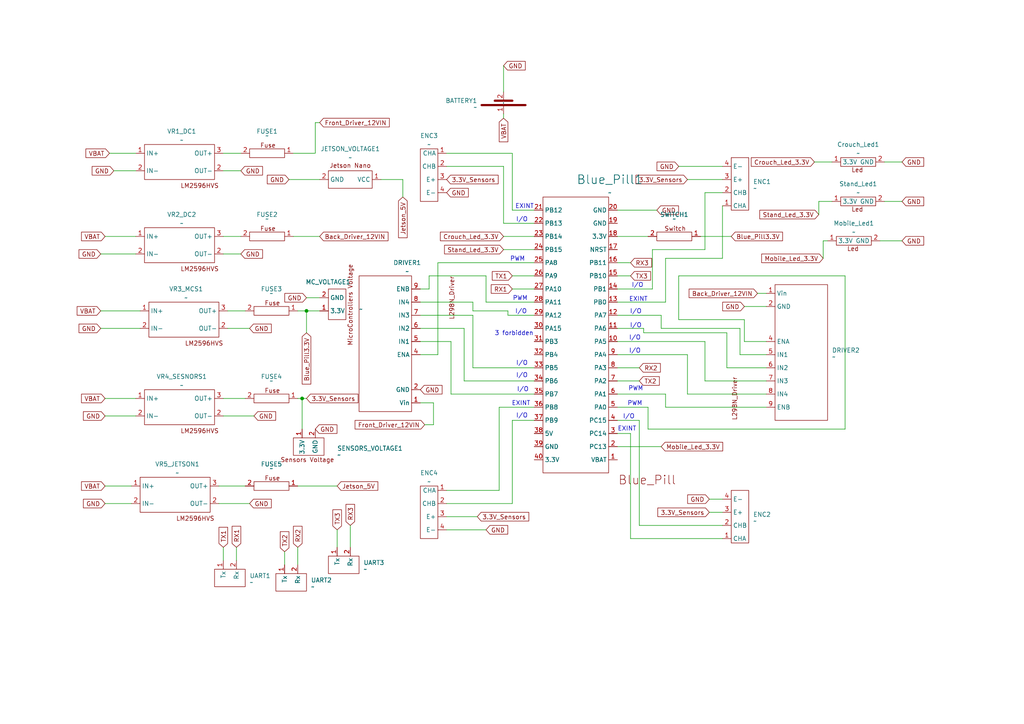
<source format=kicad_sch>
(kicad_sch (version 20231120) (generator "eeschema") (generator_version "8.0")
  (paper "A4")
  (lib_symbols
    (symbol "M4_library:Battery"
      (property "Reference" "U" (at -2.286 3.556 0))
      (symbol "Battery_1_1"
        (polyline (pts (xy -6.35 1.27) (xy 6.35 1.27)) (stroke (width 0.635)))
        (polyline (pts (xy 2.54 0) (xy -2.54 0)) (stroke (width 0.635)))
        (pin output line (at 0 3.81 270) (length 2.54) (name "VDD") (number "1"))
        (pin output line (at 0 -2.54 90) (length 2.54) (name "GND") (number "2"))
      )
    )
    (symbol "M4_library:Blue_Pill"
      (property "Reference" "IC" (at -32.258 61.976 0))
      (symbol "Blue_Pill_0_1"
        (rectangle (start -6.35 53.34) (end 12.7 -26.67))
      )
      (symbol "Blue_Pill_1_1"
        (text "Blue_Pill\n" (at 23.876 -28.702 0) (effects (font (size 2.54 2.54))))
        (pin output line (at 15.24 -22.86 180) (length 2.54) (name "VBAT") (number "1"))
        (pin output line (at 15.24 11.43 180) (length 2.54) (name "PA5") (number "10"))
        (pin output line (at 15.24 15.24 180) (length 2.54) (name "PA6") (number "11"))
        (pin output line (at 15.24 19.05 180) (length 2.54) (name "PA7") (number "12"))
        (pin output line (at 15.24 22.86 180) (length 2.54) (name "PB0") (number "13"))
        (pin output line (at 15.24 26.67 180) (length 2.54) (name "PB1") (number "14"))
        (pin output line (at 15.24 30.48 180) (length 2.54) (name "PB10") (number "15"))
        (pin output line (at 15.24 34.29 180) (length 2.54) (name "PB11") (number "16"))
        (pin output line (at 15.24 38.1 180) (length 2.54) (name "NRST") (number "17"))
        (pin input line (at 15.24 41.91 180) (length 2.54) (name "3.3V") (number "18"))
        (pin input line (at 15.24 45.72 180) (length 2.54) (name "GND") (number "19"))
        (pin output line (at 15.24 -19.05 180) (length 2.54) (name "PC13") (number "2"))
        (pin input line (at 15.24 49.53 180) (length 2.54) (name "GND") (number "20"))
        (pin output line (at -8.89 49.53 0) (length 2.54) (name "PB12") (number "21"))
        (pin output line (at -8.89 45.72 0) (length 2.54) (name "PB13") (number "22"))
        (pin output line (at -8.89 41.91 0) (length 2.54) (name "PB14") (number "23"))
        (pin output line (at -8.89 38.1 0) (length 2.54) (name "PB15") (number "24"))
        (pin output line (at -8.89 34.29 0) (length 2.54) (name "PA8") (number "25"))
        (pin output line (at -8.89 30.48 0) (length 2.54) (name "PA9") (number "26"))
        (pin output line (at -8.89 26.67 0) (length 2.54) (name "PA10") (number "27"))
        (pin output line (at -8.89 22.86 0) (length 2.54) (name "PA11") (number "28"))
        (pin output line (at -8.89 19.05 0) (length 2.54) (name "PA12") (number "29"))
        (pin output line (at 15.24 -15.24 180) (length 2.54) (name "PC14") (number "3"))
        (pin output line (at -8.89 15.24 0) (length 2.54) (name "PA15") (number "30"))
        (pin output line (at -8.89 11.43 0) (length 2.54) (name "PB3") (number "31"))
        (pin output line (at -8.89 7.62 0) (length 2.54) (name "PB4") (number "32"))
        (pin output line (at -8.89 3.81 0) (length 2.54) (name "PB5") (number "33"))
        (pin output line (at -8.89 0 0) (length 2.54) (name "PB6") (number "34"))
        (pin output line (at -8.89 -3.81 0) (length 2.54) (name "PB7") (number "35"))
        (pin output line (at -8.89 -7.62 0) (length 2.54) (name "PB8") (number "36"))
        (pin output line (at -8.89 -11.43 0) (length 2.54) (name "PB9") (number "37"))
        (pin input line (at -8.89 -15.24 0) (length 2.54) (name "5V") (number "38"))
        (pin input line (at -8.89 -19.05 0) (length 2.54) (name "GND") (number "39"))
        (pin output line (at 15.24 -11.43 180) (length 2.54) (name "PC15") (number "4"))
        (pin input line (at -8.89 -22.86 0) (length 2.54) (name "3.3V") (number "40"))
        (pin output line (at 15.24 -7.62 180) (length 2.54) (name "PA0") (number "5"))
        (pin output line (at 15.24 -3.81 180) (length 2.54) (name "PA1") (number "6"))
        (pin output line (at 15.24 0 180) (length 2.54) (name "PA2") (number "7"))
        (pin output line (at 15.24 3.81 180) (length 2.54) (name "PA3") (number "8"))
        (pin output line (at 15.24 7.62 180) (length 2.54) (name "PA4") (number "9"))
      )
    )
    (symbol "M4_library:Encoder"
      (property "Reference" "M" (at -20.066 5.842 0))
      (symbol "Encoder_0_1"
        (rectangle (start -3.81 -1.27) (end 1.27 -16.51))
      )
      (symbol "Encoder_1_1"
        (pin input line (at 3.81 -2.54 180) (length 2.54) (name "CHA") (number "1"))
        (pin input line (at 3.81 -6.35 180) (length 2.54) (name "CHB") (number "2"))
        (pin input line (at 3.81 -10.16 180) (length 2.54) (name "E+") (number "3"))
        (pin input line (at 3.81 -13.97 180) (length 2.54) (name "E-") (number "4"))
      )
    )
    (symbol "M4_library:Jetson_nano"
      (property "Reference" "U" (at -1.016 0.762 0))
      (symbol "Jetson_nano_0_1"
        (rectangle (start -7.62 2.54) (end 5.08 -2.54))
      )
      (symbol "Jetson_nano_1_1"
        (text "Jetson Nano\n" (at -1.27 4.064 0) (effects (font (size 1.27 1.27))))
        (pin output line (at 7.62 0 180) (length 2.54) (name "VCC") (number "1"))
        (pin output line (at -10.16 0 0) (length 2.54) (name "GND") (number "2"))
      )
    )
    (symbol "M4_library:L298N_DRIVER"
      (property "Reference" "IC" (at -19.304 11.43 0))
      (symbol "L298N_DRIVER_0_1"
        (rectangle (start -20.32 10.16) (end 19.05 -5.08))
      )
      (symbol "L298N_DRIVER_1_1"
        (text "L298N_Driver\n" (at 12.7 -16.764 0) (effects (font (size 1.27 1.27))))
        (pin input line (at -17.78 -7.62 90) (length 2.54) (name "Vin") (number "1"))
        (pin input line (at -13.97 -7.62 90) (length 2.54) (name "GND") (number "2"))
        (pin output line (at -3.81 -7.62 90) (length 2.54) (name "ENA") (number "4"))
        (pin output line (at 0 -7.62 90) (length 2.54) (name "IN1") (number "5"))
        (pin output line (at 3.81 -7.62 90) (length 2.54) (name "IN2") (number "6"))
        (pin output line (at 7.62 -7.62 90) (length 2.54) (name "IN3") (number "7"))
        (pin output line (at 11.43 -7.62 90) (length 2.54) (name "IN4") (number "8"))
        (pin output line (at 15.24 -7.62 90) (length 2.54) (name "ENB") (number "9"))
      )
    )
    (symbol "M4_library:LM2596HVS"
      (property "Reference" "VR" (at -9.652 7.366 0))
      (symbol "LM2596HVS_0_1"
        (rectangle (start -10.16 5.08) (end 10.16 -5.08))
      )
      (symbol "LM2596HVS_1_1"
        (text "LM2596HVS\n" (at 5.842 -6.858 0) (effects (font (size 1.27 1.27))))
        (pin input line (at -12.7 2.54 0) (length 2.54) (name "IN+") (number "1"))
        (pin input line (at -12.7 -2.54 0) (length 2.54) (name "IN-") (number "2"))
        (pin output line (at 12.7 -2.54 180) (length 2.54) (name "OUT-") (number "2"))
        (pin output line (at 12.7 2.54 180) (length 2.54) (name "OUT+") (number "3"))
      )
    )
    (symbol "M4_library:Led"
      (property "Reference" "U" (at -4.572 -2.794 0))
      (symbol "Led_0_1"
        (rectangle (start -5.08 1.27) (end 5.08 -1.27))
      )
      (symbol "Led_1_1"
        (text "Led\n" (at 0.254 2.286 0) (effects (font (size 1.27 1.27))))
        (pin input line (at 7.62 0 180) (length 2.54) (name "3.3V") (number "1"))
        (pin output line (at -7.62 0 0) (length 2.54) (name "GND") (number "2"))
      )
    )
    (symbol "M4_library:Micro_controllers_voltage"
      (property "Reference" "U" (at -3.81 3.556 0))
      (symbol "Micro_controllers_voltage_0_1"
        (rectangle (start 5.08 2.54) (end -3.81 -2.54))
      )
      (symbol "Micro_controllers_voltage_1_1"
        (text "MicroControllers Voltage\n" (at 0.508 -3.81 0) (effects (font (size 1.27 1.27))))
        (pin input line (at -1.27 5.08 270) (length 2.54) (name "3.3V") (number "1"))
        (pin input line (at 2.54 5.08 270) (length 2.54) (name "GND") (number "2"))
      )
    )
    (symbol "M4_library:Rx_Tx_connector"
      (property "Reference" "U" (at -4.318 6.858 0))
      (symbol "Rx_Tx_connector_0_1"
        (rectangle (start 5.08 0) (end -3.81 -5.08))
      )
      (symbol "Rx_Tx_connector_1_1"
        (pin input line (at -1.27 2.54 270) (length 2.54) (name "Tx") (number "1"))
        (pin input line (at 2.54 2.54 270) (length 2.54) (name "Rx") (number "2"))
      )
    )
    (symbol "M4_library:Sensors_voltage"
      (property "Reference" "U" (at 0 0 0))
      (symbol "Sensors_voltage_0_1"
        (rectangle (start 5.08 -2.54) (end -3.81 -7.62))
      )
      (symbol "Sensors_voltage_1_1"
        (text "Sensors Voltage\n" (at 0.254 -8.89 0) (effects (font (size 1.27 1.27))))
        (pin input line (at -1.27 0 270) (length 2.54) (name "3.3V") (number "1"))
        (pin input line (at 2.54 0 270) (length 2.54) (name "GND") (number "2"))
      )
    )
    (symbol "M4_library:fuse_holder"
      (property "Reference" "U" (at -4.572 2.032 0))
      (symbol "fuse_holder_0_1"
        (rectangle (start -5.08 1.27) (end 5.08 -1.27))
      )
      (symbol "fuse_holder_1_1"
        (text "Fuse" (at 0.254 2.286 0) (effects (font (size 1.27 1.27))))
        (pin input line (at 7.62 0 180) (length 2.54) (name "") (number "1"))
        (pin output line (at -7.62 0 0) (length 2.54) (name "") (number "2"))
      )
    )
    (symbol "M4_library:switch"
      (property "Reference" "U" (at -4.318 2.032 0))
      (symbol "switch_0_1"
        (rectangle (start -5.08 1.27) (end 5.08 -1.27))
      )
      (symbol "switch_1_1"
        (text "Switch" (at 0.254 2.286 0) (effects (font (size 1.27 1.27))))
        (pin input line (at 7.62 0 180) (length 2.54) (name "") (number "1"))
        (pin output line (at -7.62 0 0) (length 2.54) (name "") (number "2"))
      )
    )
  )
  (junction (at 87.63 115.57))
  (junction (at 88.9 90.17))
  (wire (pts (xy 86.36 140.97) (xy 97.79 140.97)))
  (wire (pts (xy 92.71 35.56) (xy 91.44 35.56)))
  (wire (pts (xy 134.62 110.49) (xy 154.94 110.49)))
  (wire (pts (xy 30.48 120.65) (xy 39.37 120.65)))
  (wire (pts (xy 137.16 106.68) (xy 154.94 106.68)))
  (wire (pts (xy 215.9 92.71) (xy 196.85 92.71)))
  (wire (pts (xy 204.47 99.06) (xy 179.07 99.06)))
  (wire (pts (xy 144.78 118.11) (xy 154.94 118.11)))
  (wire (pts (xy 64.77 68.58) (xy 69.85 68.58)))
  (wire (pts (xy 129.54 149.86) (xy 138.43 149.86)))
  (wire (pts (xy 199.39 52.07) (xy 209.55 52.07)))
  (wire (pts (xy 148.59 146.05) (xy 148.59 121.92)))
  (wire (pts (xy 210.82 96.52) (xy 210.82 106.68)))
  (wire (pts (xy 222.25 102.87) (xy 214.63 102.87)))
  (wire (pts (xy 69.85 44.45) (xy 64.77 44.45)))
  (wire (pts (xy 31.75 44.45) (xy 39.37 44.45)))
  (wire (pts (xy 140.97 87.63) (xy 154.94 87.63)))
  (wire (pts (xy 82.55 160.02) (xy 82.55 163.83)))
  (wire (pts (xy 222.25 114.3) (xy 199.39 114.3)))
  (wire (pts (xy 86.36 90.17) (xy 88.9 90.17)))
  (wire (pts (xy 255.27 69.85) (xy 261.62 69.85)))
  (wire (pts (xy 209.55 59.69) (xy 209.55 74.93)))
  (wire (pts (xy 146.05 33.02) (xy 146.05 34.29)))
  (wire (pts (xy 222.25 99.06) (xy 215.9 99.06)))
  (wire (pts (xy 116.84 52.07) (xy 110.49 52.07)))
  (wire (pts (xy 193.04 74.93) (xy 193.04 87.63)))
  (wire (pts (xy 146.05 19.05) (xy 146.05 26.67)))
  (wire (pts (xy 33.02 49.53) (xy 39.37 49.53)))
  (wire (pts (xy 29.21 90.17) (xy 40.64 90.17)))
  (wire (pts (xy 256.54 46.99) (xy 261.62 46.99)))
  (wire (pts (xy 121.92 91.44) (xy 137.16 91.44)))
  (wire (pts (xy 214.63 95.25) (xy 191.77 95.25)))
  (wire (pts (xy 29.21 73.66) (xy 39.37 73.66)))
  (wire (pts (xy 146.05 72.39) (xy 154.94 72.39)))
  (wire (pts (xy 64.77 115.57) (xy 71.12 115.57)))
  (wire (pts (xy 129.54 146.05) (xy 148.59 146.05)))
  (wire (pts (xy 86.36 115.57) (xy 87.63 115.57)))
  (wire (pts (xy 193.04 87.63) (xy 179.07 87.63)))
  (wire (pts (xy 137.16 87.63) (xy 137.16 90.17)))
  (wire (pts (xy 29.21 95.25) (xy 40.64 95.25)))
  (wire (pts (xy 97.79 153.67) (xy 97.79 158.75)))
  (wire (pts (xy 203.2 68.58) (xy 212.09 68.58)))
  (wire (pts (xy 179.07 68.58) (xy 187.96 68.58)))
  (wire (pts (xy 191.77 91.44) (xy 179.07 91.44)))
  (wire (pts (xy 30.48 140.97) (xy 38.1 140.97)))
  (wire (pts (xy 125.73 116.84) (xy 121.92 116.84)))
  (wire (pts (xy 204.47 99.06) (xy 204.47 110.49)))
  (wire (pts (xy 130.81 99.06) (xy 130.81 114.3)))
  (wire (pts (xy 146.05 48.26) (xy 146.05 64.77)))
  (wire (pts (xy 83.82 52.07) (xy 92.71 52.07)))
  (wire (pts (xy 179.07 106.68) (xy 185.42 106.68)))
  (wire (pts (xy 182.88 156.21) (xy 182.88 125.73)))
  (wire (pts (xy 140.97 80.01) (xy 140.97 87.63)))
  (wire (pts (xy 148.59 83.82) (xy 154.94 83.82)))
  (wire (pts (xy 215.9 99.06) (xy 215.9 92.71)))
  (wire (pts (xy 129.54 44.45) (xy 148.59 44.45)))
  (wire (pts (xy 187.96 124.46) (xy 187.96 118.11)))
  (wire (pts (xy 196.85 92.71) (xy 196.85 80.01)))
  (wire (pts (xy 238.76 74.93) (xy 238.76 69.85)))
  (wire (pts (xy 88.9 86.36) (xy 92.71 86.36)))
  (wire (pts (xy 205.74 148.59) (xy 209.55 148.59)))
  (wire (pts (xy 91.44 35.56) (xy 91.44 44.45)))
  (wire (pts (xy 144.78 142.24) (xy 144.78 118.11)))
  (wire (pts (xy 199.39 102.87) (xy 179.07 102.87)))
  (wire (pts (xy 148.59 44.45) (xy 148.59 60.96)))
  (wire (pts (xy 66.04 90.17) (xy 71.12 90.17)))
  (wire (pts (xy 209.55 156.21) (xy 182.88 156.21)))
  (wire (pts (xy 148.59 121.92) (xy 154.94 121.92)))
  (wire (pts (xy 209.55 55.88) (xy 204.47 55.88)))
  (wire (pts (xy 187.96 118.11) (xy 179.07 118.11)))
  (wire (pts (xy 196.85 48.26) (xy 209.55 48.26)))
  (wire (pts (xy 179.07 83.82) (xy 189.23 83.82)))
  (wire (pts (xy 121.92 87.63) (xy 137.16 87.63)))
  (wire (pts (xy 63.5 140.97) (xy 71.12 140.97)))
  (wire (pts (xy 146.05 64.77) (xy 154.94 64.77)))
  (wire (pts (xy 127 102.87) (xy 127 76.2)))
  (wire (pts (xy 130.81 114.3) (xy 154.94 114.3)))
  (wire (pts (xy 64.77 158.75) (xy 64.77 162.56)))
  (wire (pts (xy 85.09 68.58) (xy 92.71 68.58)))
  (wire (pts (xy 121.92 99.06) (xy 130.81 99.06)))
  (wire (pts (xy 121.92 95.25) (xy 134.62 95.25)))
  (wire (pts (xy 121.92 102.87) (xy 127 102.87)))
  (wire (pts (xy 146.05 68.58) (xy 154.94 68.58)))
  (wire (pts (xy 237.49 58.42) (xy 241.3 58.42)))
  (wire (pts (xy 189.23 72.39) (xy 189.23 83.82)))
  (wire (pts (xy 222.25 118.11) (xy 193.04 118.11)))
  (wire (pts (xy 87.63 115.57) (xy 88.9 115.57)))
  (wire (pts (xy 147.32 91.44) (xy 154.94 91.44)))
  (wire (pts (xy 179.07 129.54) (xy 191.77 129.54)))
  (wire (pts (xy 219.71 85.09) (xy 222.25 85.09)))
  (wire (pts (xy 186.69 96.52) (xy 186.69 95.25)))
  (wire (pts (xy 236.22 46.99) (xy 241.3 46.99)))
  (wire (pts (xy 129.54 48.26) (xy 146.05 48.26)))
  (wire (pts (xy 87.63 115.57) (xy 87.63 124.46)))
  (wire (pts (xy 64.77 120.65) (xy 73.66 120.65)))
  (wire (pts (xy 86.36 158.75) (xy 86.36 163.83)))
  (wire (pts (xy 179.07 76.2) (xy 182.88 76.2)))
  (wire (pts (xy 101.6 152.4) (xy 101.6 158.75)))
  (wire (pts (xy 256.54 58.42) (xy 261.62 58.42)))
  (wire (pts (xy 124.46 80.01) (xy 140.97 80.01)))
  (wire (pts (xy 125.73 123.19) (xy 125.73 116.84)))
  (wire (pts (xy 179.07 110.49) (xy 185.42 110.49)))
  (wire (pts (xy 193.04 118.11) (xy 193.04 114.3)))
  (wire (pts (xy 137.16 90.17) (xy 147.32 90.17)))
  (wire (pts (xy 129.54 142.24) (xy 144.78 142.24)))
  (wire (pts (xy 66.04 95.25) (xy 72.39 95.25)))
  (wire (pts (xy 127 76.2) (xy 154.94 76.2)))
  (wire (pts (xy 30.48 146.05) (xy 38.1 146.05)))
  (wire (pts (xy 222.25 110.49) (xy 204.47 110.49)))
  (wire (pts (xy 134.62 95.25) (xy 134.62 110.49)))
  (wire (pts (xy 199.39 102.87) (xy 199.39 114.3)))
  (wire (pts (xy 179.07 60.96) (xy 190.5 60.96)))
  (wire (pts (xy 68.58 158.75) (xy 68.58 162.56)))
  (wire (pts (xy 204.47 55.88) (xy 204.47 72.39)))
  (wire (pts (xy 88.9 90.17) (xy 92.71 90.17)))
  (wire (pts (xy 116.84 57.15) (xy 116.84 52.07)))
  (wire (pts (xy 237.49 62.23) (xy 237.49 58.42)))
  (wire (pts (xy 64.77 73.66) (xy 69.85 73.66)))
  (wire (pts (xy 124.46 83.82) (xy 124.46 80.01)))
  (wire (pts (xy 214.63 95.25) (xy 214.63 102.87)))
  (wire (pts (xy 121.92 83.82) (xy 124.46 83.82)))
  (wire (pts (xy 179.07 80.01) (xy 182.88 80.01)))
  (wire (pts (xy 137.16 91.44) (xy 137.16 106.68)))
  (wire (pts (xy 210.82 96.52) (xy 186.69 96.52)))
  (wire (pts (xy 64.77 49.53) (xy 69.85 49.53)))
  (wire (pts (xy 179.07 95.25) (xy 186.69 95.25)))
  (wire (pts (xy 196.85 80.01) (xy 245.11 80.01)))
  (wire (pts (xy 222.25 106.68) (xy 210.82 106.68)))
  (wire (pts (xy 215.9 88.9) (xy 222.25 88.9)))
  (wire (pts (xy 125.73 123.19) (xy 123.19 123.19)))
  (wire (pts (xy 185.42 121.92) (xy 179.07 121.92)))
  (wire (pts (xy 245.11 80.01) (xy 245.11 124.46)))
  (wire (pts (xy 147.32 90.17) (xy 147.32 91.44)))
  (wire (pts (xy 63.5 146.05) (xy 72.39 146.05)))
  (wire (pts (xy 129.54 153.67) (xy 140.97 153.67)))
  (wire (pts (xy 91.44 44.45) (xy 85.09 44.45)))
  (wire (pts (xy 193.04 114.3) (xy 179.07 114.3)))
  (wire (pts (xy 209.55 152.4) (xy 185.42 152.4)))
  (wire (pts (xy 204.47 72.39) (xy 189.23 72.39)))
  (wire (pts (xy 209.55 74.93) (xy 193.04 74.93)))
  (wire (pts (xy 30.48 115.57) (xy 39.37 115.57)))
  (wire (pts (xy 88.9 90.17) (xy 88.9 96.52)))
  (wire (pts (xy 148.59 80.01) (xy 154.94 80.01)))
  (wire (pts (xy 30.48 68.58) (xy 39.37 68.58)))
  (wire (pts (xy 148.59 60.96) (xy 154.94 60.96)))
  (wire (pts (xy 185.42 121.92) (xy 185.42 152.4)))
  (wire (pts (xy 205.74 144.78) (xy 209.55 144.78)))
  (wire (pts (xy 182.88 125.73) (xy 179.07 125.73)))
  (wire (pts (xy 191.77 95.25) (xy 191.77 91.44)))
  (wire (pts (xy 238.76 69.85) (xy 240.03 69.85)))
  (wire (pts (xy 245.11 124.46) (xy 187.96 124.46)))
  (text "I/O" (at 151.384 63.754 0) (effects (font (size 1.27 1.27))))
  (text "I/O" (at 184.15 101.854 0) (effects (font (size 1.27 1.27))))
  (text "PWM" (at 184.404 112.776 0) (effects (font (size 1.27 1.27))))
  (text "EXINT" (at 181.864 124.46 0) (effects (font (size 1.27 1.27))))
  (text "I/O" (at 151.13 90.424 0) (effects (font (size 1.27 1.27))))
  (text "3 forbidden" (at 149.098 96.774 0) (effects (font (size 1.27 1.27))))
  (text "I/O" (at 151.384 120.65 0) (effects (font (size 1.27 1.27))))
  (text "I/O" (at 184.404 90.424 0) (effects (font (size 1.27 1.27))))
  (text "I/O" (at 151.638 113.03 0) (effects (font (size 1.27 1.27))))
  (text "I/O" (at 151.384 105.41 0) (effects (font (size 1.27 1.27))))
  (text "I/O" (at 184.404 94.488 0) (effects (font (size 1.27 1.27))))
  (text "PWM" (at 184.15 117.094 0) (effects (font (size 1.27 1.27))))
  (text "EXINT" (at 185.166 86.868 0) (effects (font (size 1.27 1.27))))
  (text "I/O" (at 182.372 120.904 0) (effects (font (size 1.27 1.27))))
  (text "EXINT" (at 152.146 59.944 0) (effects (font (size 1.27 1.27))))
  (text "I/O" (at 184.912 82.804 0) (effects (font (size 1.27 1.27))))
  (text "EXINT" (at 151.13 117.094 0) (effects (font (size 1.27 1.27))))
  (text "PWM" (at 150.876 86.614 0) (effects (font (size 1.27 1.27))))
  (text "I/O" (at 184.15 98.044 0) (effects (font (size 1.27 1.27))))
  (text "PWM" (at 150.114 75.184 0) (effects (font (size 1.27 1.27))))
  (text "I/O" (at 151.384 108.966 0) (effects (font (size 1.27 1.27))))
  (global_label "GND" (shape input) (at 69.85 73.66 0) (property "Intersheetrefs" "${INTERSHEET_REFS}" (effects (hide yes))))
  (global_label "VBAT" (shape input) (at 29.21 90.17 180) (property "Intersheetrefs" "${INTERSHEET_REFS}" (effects (hide yes))))
  (global_label "Front_Driver_12VIN" (shape input) (at 92.71 35.56 0) (property "Intersheetrefs" "${INTERSHEET_REFS}" (effects (hide yes))))
  (global_label "TX3" (shape input) (at 97.79 153.67 90) (property "Intersheetrefs" "${INTERSHEET_REFS}" (effects (hide yes))))
  (global_label "Back_Driver_12VIN" (shape input) (at 219.71 85.09 180) (property "Intersheetrefs" "${INTERSHEET_REFS}" (effects (hide yes))))
  (global_label "VBAT" (shape input) (at 31.75 44.45 180) (property "Intersheetrefs" "${INTERSHEET_REFS}" (effects (hide yes))))
  (global_label "GND" (shape input) (at 29.21 95.25 180) (property "Intersheetrefs" "${INTERSHEET_REFS}" (effects (hide yes))))
  (global_label "Stand_Led_3.3V" (shape input) (at 237.49 62.23 180) (property "Intersheetrefs" "${INTERSHEET_REFS}" (effects (hide yes))))
  (global_label "VBAT" (shape input) (at 30.48 115.57 180) (property "Intersheetrefs" "${INTERSHEET_REFS}" (effects (hide yes))))
  (global_label "GND" (shape input) (at 261.62 69.85 0) (property "Intersheetrefs" "${INTERSHEET_REFS}" (effects (hide yes))))
  (global_label "Jetson_5V" (shape input) (at 116.84 57.15 270) (property "Intersheetrefs" "${INTERSHEET_REFS}" (effects (hide yes))))
  (global_label "3.3V_Sensors" (shape input) (at 138.43 149.86 0) (property "Intersheetrefs" "${INTERSHEET_REFS}" (effects (hide yes))))
  (global_label "GND" (shape input) (at 129.54 55.88 0) (property "Intersheetrefs" "${INTERSHEET_REFS}" (effects (hide yes))))
  (global_label "Crouch_Led_3.3V" (shape input) (at 236.22 46.99 180) (property "Intersheetrefs" "${INTERSHEET_REFS}" (effects (hide yes))))
  (global_label "GND" (shape input) (at 72.39 95.25 0) (property "Intersheetrefs" "${INTERSHEET_REFS}" (effects (hide yes))))
  (global_label "GND" (shape input) (at 33.02 49.53 180) (property "Intersheetrefs" "${INTERSHEET_REFS}" (effects (hide yes))))
  (global_label "RX1" (shape input) (at 148.59 83.82 180) (property "Intersheetrefs" "${INTERSHEET_REFS}" (effects (hide yes))))
  (global_label "GND" (shape input) (at 261.62 58.42 0) (property "Intersheetrefs" "${INTERSHEET_REFS}" (effects (hide yes))))
  (global_label "GND" (shape input) (at 83.82 52.07 180) (property "Intersheetrefs" "${INTERSHEET_REFS}" (effects (hide yes))))
  (global_label "GND" (shape input) (at 69.85 49.53 0) (property "Intersheetrefs" "${INTERSHEET_REFS}" (effects (hide yes))))
  (global_label "3.3V_Sensors" (shape input) (at 88.9 115.57 0) (property "Intersheetrefs" "${INTERSHEET_REFS}" (effects (hide yes))))
  (global_label "GND" (shape input) (at 140.97 153.67 0) (property "Intersheetrefs" "${INTERSHEET_REFS}" (effects (hide yes))))
  (global_label "GND" (shape input) (at 73.66 120.65 0) (property "Intersheetrefs" "${INTERSHEET_REFS}" (effects (hide yes))))
  (global_label "Back_Driver_12VIN" (shape input) (at 92.71 68.58 0) (property "Intersheetrefs" "${INTERSHEET_REFS}" (effects (hide yes))))
  (global_label "GND" (shape input) (at 146.05 19.05 0) (property "Intersheetrefs" "${INTERSHEET_REFS}" (effects (hide yes))))
  (global_label "TX3" (shape input) (at 182.88 80.01 0) (property "Intersheetrefs" "${INTERSHEET_REFS}" (effects (hide yes))))
  (global_label "VBAT" (shape input) (at 30.48 68.58 180) (property "Intersheetrefs" "${INTERSHEET_REFS}" (effects (hide yes))))
  (global_label "3.3V_Sensors" (shape input) (at 129.54 52.07 0) (property "Intersheetrefs" "${INTERSHEET_REFS}" (effects (hide yes))))
  (global_label "GND" (shape input) (at 215.9 88.9 180) (property "Intersheetrefs" "${INTERSHEET_REFS}" (effects (hide yes))))
  (global_label "Crouch_Led_3.3V" (shape input) (at 146.05 68.58 180) (property "Intersheetrefs" "${INTERSHEET_REFS}" (effects (hide yes))))
  (global_label "TX2" (shape input) (at 185.42 110.49 0) (property "Intersheetrefs" "${INTERSHEET_REFS}" (effects (hide yes))))
  (global_label "VBAT" (shape input) (at 146.05 34.29 270) (property "Intersheetrefs" "${INTERSHEET_REFS}" (effects (hide yes))))
  (global_label "GND" (shape input) (at 88.9 86.36 180) (property "Intersheetrefs" "${INTERSHEET_REFS}" (effects (hide yes))))
  (global_label "GND" (shape input) (at 72.39 146.05 0) (property "Intersheetrefs" "${INTERSHEET_REFS}" (effects (hide yes))))
  (global_label "RX1" (shape input) (at 68.58 158.75 90) (property "Intersheetrefs" "${INTERSHEET_REFS}" (effects (hide yes))))
  (global_label "3.3V_Sensors" (shape input) (at 199.39 52.07 180) (property "Intersheetrefs" "${INTERSHEET_REFS}" (effects (hide yes))))
  (global_label "Front_Driver_12VIN" (shape input) (at 123.19 123.19 180) (property "Intersheetrefs" "${INTERSHEET_REFS}" (effects (hide yes))))
  (global_label "GND" (shape input) (at 29.21 73.66 180) (property "Intersheetrefs" "${INTERSHEET_REFS}" (effects (hide yes))))
  (global_label "GND" (shape input) (at 205.74 144.78 180) (property "Intersheetrefs" "${INTERSHEET_REFS}" (effects (hide yes))))
  (global_label "GND" (shape input) (at 30.48 146.05 180) (property "Intersheetrefs" "${INTERSHEET_REFS}" (effects (hide yes))))
  (global_label "3.3V_Sensors" (shape input) (at 205.74 148.59 180) (property "Intersheetrefs" "${INTERSHEET_REFS}" (effects (hide yes))))
  (global_label "Blue_Pill3.3V" (shape input) (at 88.9 96.52 270) (property "Intersheetrefs" "${INTERSHEET_REFS}" (effects (hide yes))))
  (global_label "GND" (shape input) (at 121.92 113.03 0) (property "Intersheetrefs" "${INTERSHEET_REFS}" (effects (hide yes))))
  (global_label "RX2" (shape input) (at 185.42 106.68 0) (property "Intersheetrefs" "${INTERSHEET_REFS}" (effects (hide yes))))
  (global_label "TX1" (shape input) (at 64.77 158.75 90) (property "Intersheetrefs" "${INTERSHEET_REFS}" (effects (hide yes))))
  (global_label "TX1" (shape input) (at 148.59 80.01 180) (property "Intersheetrefs" "${INTERSHEET_REFS}" (effects (hide yes))))
  (global_label "TX2" (shape input) (at 82.55 160.02 90) (property "Intersheetrefs" "${INTERSHEET_REFS}" (effects (hide yes))))
  (global_label "Blue_Pill3.3V" (shape input) (at 212.09 68.58 0) (property "Intersheetrefs" "${INTERSHEET_REFS}" (effects (hide yes))))
  (global_label "GND" (shape input) (at 30.48 120.65 180) (property "Intersheetrefs" "${INTERSHEET_REFS}" (effects (hide yes))))
  (global_label "Mobile_Led_3.3V" (shape input) (at 191.77 129.54 0) (property "Intersheetrefs" "${INTERSHEET_REFS}" (effects (hide yes))))
  (global_label "Jetson_5V" (shape input) (at 97.79 140.97 0) (property "Intersheetrefs" "${INTERSHEET_REFS}" (effects (hide yes))))
  (global_label "GND" (shape input) (at 196.85 48.26 180) (property "Intersheetrefs" "${INTERSHEET_REFS}" (effects (hide yes))))
  (global_label "VBAT" (shape input) (at 30.48 140.97 180) (property "Intersheetrefs" "${INTERSHEET_REFS}" (effects (hide yes))))
  (global_label "RX2" (shape input) (at 86.36 158.75 90) (property "Intersheetrefs" "${INTERSHEET_REFS}" (effects (hide yes))))
  (global_label "Stand_Led_3.3V" (shape input) (at 146.05 72.39 180) (property "Intersheetrefs" "${INTERSHEET_REFS}" (effects (hide yes))))
  (global_label "RX3" (shape input) (at 101.6 152.4 90) (property "Intersheetrefs" "${INTERSHEET_REFS}" (effects (hide yes))))
  (global_label "GND" (shape input) (at 91.44 124.46 0) (property "Intersheetrefs" "${INTERSHEET_REFS}" (effects (hide yes))))
  (global_label "GND" (shape input) (at 261.62 46.99 0) (property "Intersheetrefs" "${INTERSHEET_REFS}" (effects (hide yes))))
  (global_label "RX3" (shape input) (at 182.88 76.2 0) (property "Intersheetrefs" "${INTERSHEET_REFS}" (effects (hide yes))))
  (global_label "GND" (shape input) (at 190.5 60.96 0) (property "Intersheetrefs" "${INTERSHEET_REFS}" (effects (hide yes))))
  (global_label "Mobile_Led_3.3V" (shape input) (at 238.76 74.93 180) (property "Intersheetrefs" "${INTERSHEET_REFS}" (effects (hide yes))))
  (symbol (lib_id "M4_library:Rx_Tx_connector") (at 83.82 166.37 0) (unit 1)
    (property "Reference" "UART2" (at 90.17 168.2749 0) (effects (justify left)))
    (property "Value" "~" (at 90.17 170.18 0) (effects (justify left)))
    (property "Footprint" "M4_PCB:communication" (effects (hide yes)))
  )
  (symbol (lib_id "M4_library:Led") (at 248.92 58.42 180) (unit 1)
    (property "Reference" "Stand_Led1" (at 248.92 53.34 0))
    (property "Value" "~" (at 248.92 55.88 0))
    (property "Footprint" "M4_PCB:LED" (effects (hide yes)))
  )
  (symbol (lib_name "M4_library:LM2596HVS") (lib_id "M4_library:LM2596HVS") (at 52.07 118.11 0) (unit 1)
    (property "Reference" "VR4_SESNORS1" (at 52.7031 109.22 0))
    (property "Value" "~" (at 52.7031 111.76 0))
    (property "Footprint" "M4_PCB:LM2596HVS" (effects (hide yes)))
  )
  (symbol (lib_id "M4_library:Encoder") (at 213.36 158.75 180) (unit 1)
    (property "Reference" "ENC2" (at 218.44 149.2249 0) (effects (justify right)))
    (property "Value" "~" (at 218.44 151.13 0) (effects (justify right)))
    (property "Footprint" "M4_PCB:Encoder" (effects (hide yes)))
  )
  (symbol (lib_id "M4_library:fuse_holder") (at 78.74 90.17 0) (unit 1)
    (property "Reference" "FUSE3" (at 78.74 83.82 0))
    (property "Value" "~" (at 78.74 85.09 0))
    (property "Footprint" "M4_PCB:Fuse_Holder" (effects (hide yes)))
  )
  (symbol (lib_id "M4_library:Encoder") (at 213.36 62.23 180) (unit 1)
    (property "Reference" "ENC1" (at 218.44 52.7049 0) (effects (justify right)))
    (property "Value" "~" (at 218.44 54.61 0) (effects (justify right)))
    (property "Footprint" "M4_PCB:Encoder" (effects (hide yes)))
  )
  (symbol (lib_id "M4_library:fuse_holder") (at 78.74 140.97 0) (unit 1)
    (property "Reference" "FUSE5" (at 78.74 134.62 0))
    (property "Value" "~" (at 78.74 135.89 0))
    (property "Footprint" "M4_PCB:Fuse_Holder" (effects (hide yes)))
  )
  (symbol (lib_id "M4_library:Sensors_voltage") (at 88.9 124.46 0) (unit 1)
    (property "Reference" "SENSORS_VOLTAGE1" (at 97.79 130.0507 0) (effects (justify left)))
    (property "Value" "~" (at 97.79 131.9558 0) (effects (justify left)))
    (property "Footprint" "M4_PCB:sensors" (effects (hide yes)))
  )
  (symbol (lib_id "M4_library:Rx_Tx_connector") (at 66.04 165.1 0) (unit 1)
    (property "Reference" "UART1" (at 72.39 167.0049 0) (effects (justify left)))
    (property "Value" "~" (at 72.39 168.91 0) (effects (justify left)))
    (property "Footprint" "M4_PCB:communication" (effects (hide yes)))
  )
  (symbol (lib_id "M4_library:Micro_controllers_voltage") (at 97.79 88.9 90) (unit 1)
    (property "Reference" "MC_VOLTAGE1" (at 88.646 81.788 90) (effects (justify right)))
    (property "Value" "~" (at 104.14 89.6619 90) (effects (justify right)))
    (property "Footprint" "M4_PCB:Microcontrollers" (effects (hide yes)))
  )
  (symbol (lib_id "M4_library:Led") (at 248.92 46.99 180) (unit 1)
    (property "Reference" "Crouch_Led1" (at 248.92 41.91 0))
    (property "Value" "~" (at 248.92 44.45 0))
    (property "Footprint" "M4_PCB:LED" (effects (hide yes)))
  )
  (symbol (lib_id "M4_library:L298N_DRIVER") (at 229.87 102.87 270) (unit 1)
    (property "Reference" "DRIVER2" (at 241.3 101.5999 90) (effects (justify left)))
    (property "Value" "~" (at 241.3 103.505 90) (effects (justify left)))
    (property "Footprint" "M4_PCB:L298N" (effects (hide yes)))
  )
  (symbol (lib_id "M4_library:fuse_holder") (at 77.47 68.58 0) (unit 1)
    (property "Reference" "FUSE2" (at 77.47 62.23 0))
    (property "Value" "~" (at 77.47 63.5 0))
    (property "Footprint" "M4_PCB:Fuse_Holder" (effects (hide yes)))
  )
  (symbol (lib_id "M4_library:L298N_DRIVER") (at 114.3 99.06 90) (unit 1)
    (property "Reference" "DRIVER1" (at 118.1128 76.2 90))
    (property "Value" "~" (at 118.1128 78.74 90))
    (property "Footprint" "M4_PCB:L298N" (effects (hide yes)))
  )
  (symbol (lib_id "M4_library:Jetson_nano") (at 102.87 52.07 0) (unit 1)
    (property "Reference" "JETSON_VOLTAGE1" (at 101.6 43.18 0))
    (property "Value" "~" (at 101.6 45.72 0))
    (property "Footprint" "M4_PCB:Jetson_Voltage" (effects (hide yes)))
  )
  (symbol (lib_name "M4_library:LM2596HVS") (lib_id "M4_library:LM2596HVS") (at 52.07 46.99 0) (unit 1)
    (property "Reference" "VR1_DC1" (at 52.7031 38.1 0))
    (property "Value" "~" (at 52.7031 40.64 0))
    (property "Footprint" "M4_PCB:LM2596HVS" (effects (hide yes)))
  )
  (symbol (lib_name "M4_library:LM2596HVS") (lib_id "M4_library:LM2596HVS") (at 52.07 71.12 0) (unit 1)
    (property "Reference" "VR2_DC2" (at 52.7031 62.23 0))
    (property "Value" "~" (at 52.7031 64.77 0))
    (property "Footprint" "M4_PCB:LM2596HVS" (effects (hide yes)))
  )
  (symbol (lib_id "M4_library:switch") (at 195.58 68.58 0) (unit 1)
    (property "Reference" "SWITCH1" (at 195.58 62.23 0))
    (property "Value" "~" (at 195.58 63.5 0))
    (property "Footprint" "M4_PCB:switch" (effects (hide yes)))
  )
  (symbol (lib_id "M4_library:Encoder") (at 125.73 41.91 0) (unit 1)
    (property "Reference" "ENC3" (at 124.46 39.37 0))
    (property "Value" "~" (at 124.46 41.91 0))
    (property "Footprint" "M4_PCB:Encoder" (effects (hide yes)))
  )
  (symbol (lib_id "M4_library:Encoder") (at 125.73 139.7 0) (unit 1)
    (property "Reference" "ENC4" (at 124.46 137.16 0))
    (property "Value" "~" (at 124.46 139.7 0))
    (property "Footprint" "M4_PCB:Encoder" (effects (hide yes)))
  )
  (symbol (lib_name "M4_library:LM2596HVS") (lib_id "M4_library:LM2596HVS") (at 50.8 143.51 0) (unit 1)
    (property "Reference" "VR5_JETSON1" (at 51.4331 134.62 0))
    (property "Value" "~" (at 51.4331 137.16 0))
    (property "Footprint" "M4_PCB:LM2596HVS" (effects (hide yes)))
  )
  (symbol (lib_id "M4_library:Battery") (at 146.05 29.21 180) (unit 1)
    (property "Reference" "BATTERY1" (at 138.43 29.2099 0) (effects (justify left)))
    (property "Value" "~" (at 138.43 31.115 0) (effects (justify left)))
    (property "Footprint" "M4_PCB:battery" (effects (hide yes)))
  )
  (symbol (lib_id "M4_library:Led") (at 247.65 69.85 180) (unit 1)
    (property "Reference" "Mobile_Led1" (at 247.65 64.77 0))
    (property "Value" "~" (at 247.65 67.31 0))
    (property "Footprint" "M4_PCB:LED" (effects (hide yes)))
  )
  (symbol (lib_id "M4_library:fuse_holder") (at 77.47 44.45 0) (unit 1)
    (property "Reference" "FUSE1" (at 77.47 38.1 0))
    (property "Value" "~" (at 77.47 39.37 0))
    (property "Footprint" "M4_PCB:Fuse_Holder" (effects (hide yes)))
  )
  (symbol (lib_id "M4_library:Blue_Pill") (at 163.83 110.49 0) (unit 1)
    (property "Reference" "Blue_Pill1" (at 176.877 52.07 0) (effects (font (size 2.54 2.54))))
    (property "Value" "~" (at 176.877 55.88 0))
    (property "Footprint" "M4_PCB:blue_pill" (effects (hide yes)))
  )
  (symbol (lib_id "M4_library:fuse_holder") (at 78.74 115.57 0) (unit 1)
    (property "Reference" "FUSE4" (at 78.74 109.22 0))
    (property "Value" "~" (at 78.74 110.49 0))
    (property "Footprint" "M4_PCB:Fuse_Holder" (effects (hide yes)))
  )
  (symbol (lib_id "M4_library:Rx_Tx_connector") (at 99.06 161.29 0) (unit 1)
    (property "Reference" "UART3" (at 105.41 163.1949 0) (effects (justify left)))
    (property "Value" "~" (at 105.41 165.1 0) (effects (justify left)))
    (property "Footprint" "M4_PCB:communication" (effects (hide yes)))
  )
  (symbol (lib_name "M4_library:LM2596HVS") (lib_id "M4_library:LM2596HVS") (at 53.34 92.71 0) (unit 1)
    (property "Reference" "VR3_MCS1" (at 53.9731 83.82 0))
    (property "Value" "~" (at 53.9731 86.36 0))
    (property "Footprint" "M4_PCB:LM2596HVS" (effects (hide yes)))
  )
)
</source>
